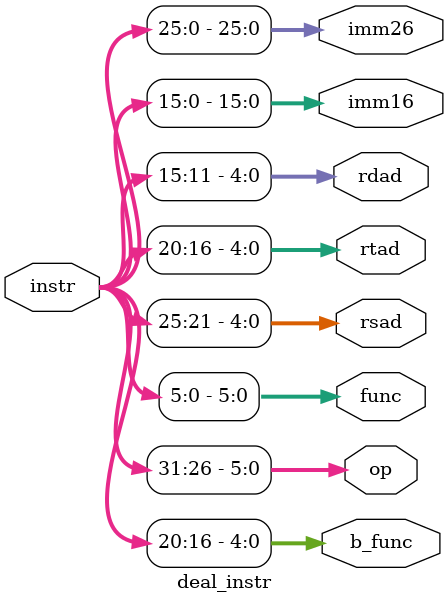
<source format=v>
module deal_instr (
    input [31:0] instr,
	 output [4:0] b_func,
    output [5:0] op,
    output [5:0] func,
    output [4:0] rsad,
    output [4:0] rtad,
    output [4:0] rdad,
    output [15:0] imm16 ,
    output [25:0] imm26
);
    assign op = instr[31:26] ;
    assign rsad = instr[25:21] ;
    assign rtad = instr[20:16] ;
    assign rdad = instr[15:11] ;
    assign func = instr[5:0] ;
    assign imm16 =  instr[15:0] ;
    assign imm26 = instr[25:0] ;
	 assign b_func = instr[20:16] ;
endmodule 
</source>
